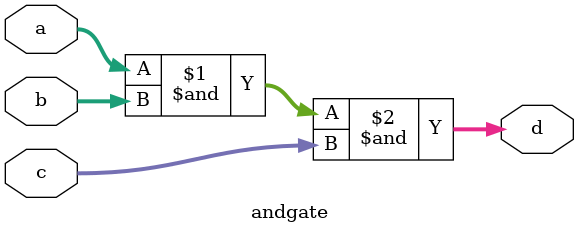
<source format=v>
`timescale 1ns / 1ps


module andgate
# (parameter WIDTH=8)
(
input [(WIDTH-1):0]a,
input [(WIDTH-1):0]b,
input [(WIDTH-1):0]c,
output [(WIDTH-1):0]d
    );
    assign d = a & b & c;
endmodule

</source>
